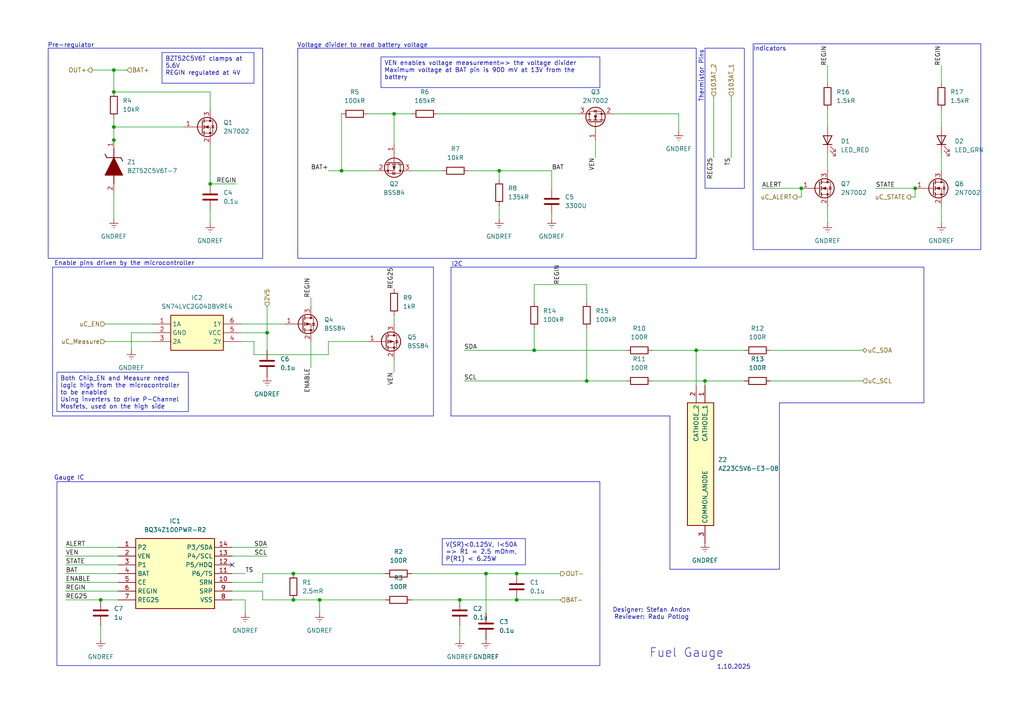
<source format=kicad_sch>
(kicad_sch (version 20250114) (generator "eeschema") (generator_version "9.0")
  (paper "A4")
  (lib_symbols
    (symbol "AZ23C5V6-E3-08:AZ23C5V6-E3-08"
      (property "Reference" "Z" (at 41.91 7.62 0))
      (property "Value" "AZ23C5V6-E3-08" (at 41.91 5.08 0))
      (symbol "AZ23C5V6-E3-08_1_1"
        (rectangle (start 5.08 2.54) (end 40.64 -5.08) (stroke (width 0.254)) (fill (type background)))
        (pin passive line (at 0 0 0) (length 5.08) (name "CATHODE_1") (number "1"))
        (pin passive line (at 0 -2.54 0) (length 5.08) (name "CATHODE_2") (number "2"))
        (pin passive line (at 45.72 0 180) (length 5.08) (name "COMMON_ANODE") (number "3"))
      )
    )
    (symbol "BQ34Z100PWR-R2:BQ34Z100PWR-R2"
      (property "Reference" "IC" (at 29.21 7.62 0))
      (property "Value" "BQ34Z100PWR-R2" (at 29.21 5.08 0))
      (symbol "BQ34Z100PWR-R2_1_1"
        (rectangle (start 5.08 2.54) (end 27.94 -17.78) (stroke (width 0.254)) (fill (type background)))
        (pin passive line (at 0 0 0) (length 5.08) (name "P2") (number "1"))
        (pin passive line (at 0 -2.54 0) (length 5.08) (name "VEN") (number "2"))
        (pin passive line (at 0 -5.08 0) (length 5.08) (name "P1") (number "3"))
        (pin passive line (at 0 -7.62 0) (length 5.08) (name "BAT") (number "4"))
        (pin passive line (at 0 -10.16 0) (length 5.08) (name "CE") (number "5"))
        (pin passive line (at 0 -12.7 0) (length 5.08) (name "REGIN") (number "6"))
        (pin passive line (at 0 -15.24 0) (length 5.08) (name "REG25") (number "7"))
        (pin passive line (at 33.02 0 180) (length 5.08) (name "P3/SDA") (number "14"))
        (pin passive line (at 33.02 -2.54 180) (length 5.08) (name "P4/SCL") (number "13"))
        (pin passive line (at 33.02 -5.08 180) (length 5.08) (name "P5/HDQ") (number "12"))
        (pin passive line (at 33.02 -7.62 180) (length 5.08) (name "P6/TS") (number "11"))
        (pin passive line (at 33.02 -10.16 180) (length 5.08) (name "SRN") (number "10"))
        (pin passive line (at 33.02 -12.7 180) (length 5.08) (name "SRP") (number "9"))
        (pin passive line (at 33.02 -15.24 180) (length 5.08) (name "VSS") (number "8"))
      )
    )
    (symbol "BZT52C5V6T-7:BZT52C5V6T-7" (pin_names (hide yes))
      (property "Reference" "Z" (at 10.16 8.89 0))
      (property "Value" "BZT52C5V6T-7" (at 10.16 6.35 0))
      (symbol "BZT52C5V6T-7_1_1"
        (polyline (pts (xy 2.54 0) (xy 5.08 0)) (stroke (width 0.254)))
        (polyline (pts (xy 4.064 -2.54) (xy 5.08 -2.032)) (stroke (width 0.254)))
        (polyline (pts (xy 5.08 2.032) (xy 5.08 -2.032)) (stroke (width 0.254)))
        (polyline (pts (xy 5.08 2.032) (xy 6.096 2.54)) (stroke (width 0.254)))
        (polyline (pts (xy 5.08 0) (xy 10.16 2.54) (xy 10.16 -2.54) (xy 5.08 0)) (stroke (width 0.254)) (fill (type outline)))
        (polyline (pts (xy 12.7 0) (xy 10.16 0)) (stroke (width 0.254)))
        (pin passive line (at 0 0 0) (length 2.54) (name "K") (number "1"))
        (pin passive line (at 15.24 0 180) (length 2.54) (name "A") (number "2"))
      )
    )
    (symbol "Device:C" (pin_numbers (hide yes)) (pin_names (offset 0.254))
      (property "Reference" "C" (at 0.635 2.54 0))
      (property "Value" "C" (at 0.635 -2.54 0))
      (symbol "C_0_1"
        (polyline (pts (xy -2.032 0.762) (xy 2.032 0.762)) (stroke (width 0.508)))
        (polyline (pts (xy -2.032 -0.762) (xy 2.032 -0.762)) (stroke (width 0.508)))
      )
      (symbol "C_1_1"
        (pin passive line (at 0 3.81 270) (length 2.794) (name "~") (number "1"))
        (pin passive line (at 0 -3.81 90) (length 2.794) (name "~") (number "2"))
      )
    )
    (symbol "Device:LED" (pin_numbers (hide yes)) (pin_names (offset 1.016) (hide yes))
      (property "Reference" "D" (at 0 2.54 0))
      (property "Value" "LED" (at 0 -2.54 0))
      (symbol "LED_0_1"
        (polyline (pts (xy -3.048 -0.762) (xy -4.572 -2.286) (xy -3.81 -2.286) (xy -4.572 -2.286) (xy -4.572 -1.524)))
        (polyline (pts (xy -1.778 -0.762) (xy -3.302 -2.286) (xy -2.54 -2.286) (xy -3.302 -2.286) (xy -3.302 -1.524)))
        (polyline (pts (xy -1.27 0) (xy 1.27 0)))
        (polyline (pts (xy -1.27 -1.27) (xy -1.27 1.27)) (stroke (width 0.254)))
        (polyline (pts (xy 1.27 -1.27) (xy 1.27 1.27) (xy -1.27 0) (xy 1.27 -1.27)) (stroke (width 0.254)))
      )
      (symbol "LED_1_1"
        (pin passive line (at -3.81 0 0) (length 2.54) (name "K") (number "1"))
        (pin passive line (at 3.81 0 180) (length 2.54) (name "A") (number "2"))
      )
    )
    (symbol "Device:R" (pin_numbers (hide yes)) (pin_names (offset 0))
      (property "Reference" "R" (at 2.032 0 90))
      (property "Value" "R" (at 0 0 90))
      (symbol "R_0_1"
        (rectangle (start -1.016 -2.54) (end 1.016 2.54) (stroke (width 0.254)))
      )
      (symbol "R_1_1"
        (pin passive line (at 0 3.81 270) (length 1.27) (name "~") (number "1"))
        (pin passive line (at 0 -3.81 90) (length 1.27) (name "~") (number "2"))
      )
    )
    (symbol "SN74LVC2G04DBVRE4:SN74LVC2G04DBVRE4"
      (property "Reference" "IC" (at 21.59 7.62 0))
      (property "Value" "SN74LVC2G04DBVRE4" (at 21.59 5.08 0))
      (symbol "SN74LVC2G04DBVRE4_1_1"
        (rectangle (start 5.08 2.54) (end 20.32 -7.62) (stroke (width 0.254)) (fill (type background)))
        (pin input line (at 0 0 0) (length 5.08) (name "1A") (number "1"))
        (pin power_in line (at 0 -2.54 0) (length 5.08) (name "GND") (number "2"))
        (pin input line (at 0 -5.08 0) (length 5.08) (name "2A") (number "3"))
        (pin output line (at 25.4 0 180) (length 5.08) (name "1Y") (number "6"))
        (pin power_in line (at 25.4 -2.54 180) (length 5.08) (name "VCC") (number "5"))
        (pin output line (at 25.4 -5.08 180) (length 5.08) (name "2Y") (number "4"))
      )
    )
    (symbol "Transistor_FET:2N7002" (pin_names (offset 0) (hide yes))
      (property "Reference" "Q" (at 5.08 1.905 0))
      (property "Value" "2N7002" (at 5.08 0 0))
      (symbol "2N7002_0_1"
        (polyline (pts (xy 0.254 1.905) (xy 0.254 -1.905)) (stroke (width 0.254)))
        (polyline (pts (xy 0.254 0) (xy -2.54 0)))
        (polyline (pts (xy 0.762 2.286) (xy 0.762 1.27)) (stroke (width 0.254)))
        (polyline (pts (xy 0.762 0.508) (xy 0.762 -0.508)) (stroke (width 0.254)))
        (polyline (pts (xy 0.762 -1.27) (xy 0.762 -2.286)) (stroke (width 0.254)))
        (polyline (pts (xy 0.762 -1.778) (xy 3.302 -1.778) (xy 3.302 1.778) (xy 0.762 1.778)))
        (polyline (pts (xy 1.016 0) (xy 2.032 0.381) (xy 2.032 -0.381) (xy 1.016 0)) (fill (type outline)))
        (circle (center 1.651 0) (radius 2.794) (stroke (width 0.254)))
        (polyline (pts (xy 2.54 2.54) (xy 2.54 1.778)))
        (circle (center 2.54 1.778) (radius 0.254) (fill (type outline)))
        (circle (center 2.54 -1.778) (radius 0.254) (fill (type outline)))
        (polyline (pts (xy 2.54 -2.54) (xy 2.54 0) (xy 0.762 0)))
        (polyline (pts (xy 2.921 0.381) (xy 3.683 0.381)))
        (polyline (pts (xy 3.302 0.381) (xy 2.921 -0.254) (xy 3.683 -0.254) (xy 3.302 0.381)))
      )
      (symbol "2N7002_1_1"
        (pin input line (at -5.08 0 0) (length 2.54) (name "G") (number "1"))
        (pin passive line (at 2.54 5.08 270) (length 2.54) (name "D") (number "3"))
        (pin passive line (at 2.54 -5.08 90) (length 2.54) (name "S") (number "2"))
      )
    )
    (symbol "Transistor_FET:BSS84" (pin_names (hide yes))
      (property "Reference" "Q" (at 5.08 1.905 0))
      (property "Value" "BSS84" (at 5.08 0 0))
      (symbol "BSS84_0_1"
        (polyline (pts (xy 0.254 1.905) (xy 0.254 -1.905)) (stroke (width 0.254)))
        (polyline (pts (xy 0.254 0) (xy -2.54 0)))
        (polyline (pts (xy 0.762 2.286) (xy 0.762 1.27)) (stroke (width 0.254)))
        (polyline (pts (xy 0.762 1.778) (xy 3.302 1.778) (xy 3.302 -1.778) (xy 0.762 -1.778)))
        (polyline (pts (xy 0.762 0.508) (xy 0.762 -0.508)) (stroke (width 0.254)))
        (polyline (pts (xy 0.762 -1.27) (xy 0.762 -2.286)) (stroke (width 0.254)))
        (circle (center 1.651 0) (radius 2.794) (stroke (width 0.254)))
        (polyline (pts (xy 2.286 0) (xy 1.27 0.381) (xy 1.27 -0.381) (xy 2.286 0)) (fill (type outline)))
        (polyline (pts (xy 2.54 2.54) (xy 2.54 1.778)))
        (circle (center 2.54 1.778) (radius 0.254) (fill (type outline)))
        (circle (center 2.54 -1.778) (radius 0.254) (fill (type outline)))
        (polyline (pts (xy 2.54 -2.54) (xy 2.54 0) (xy 0.762 0)))
        (polyline (pts (xy 2.794 -0.508) (xy 2.921 -0.381) (xy 3.683 -0.381) (xy 3.81 -0.254)))
        (polyline (pts (xy 3.302 -0.381) (xy 2.921 0.254) (xy 3.683 0.254) (xy 3.302 -0.381)))
      )
      (symbol "BSS84_1_1"
        (pin input line (at -5.08 0 0) (length 2.54) (name "G") (number "1"))
        (pin passive line (at 2.54 5.08 270) (length 2.54) (name "D") (number "3"))
        (pin passive line (at 2.54 -5.08 90) (length 2.54) (name "S") (number "2"))
      )
    )
    (symbol "power:GNDREF" (power) (pin_numbers (hide yes)) (pin_names (offset 0) (hide yes))
      (property "Value" "GNDREF" (at 0 -3.81 0))
      (symbol "GNDREF_0_1"
        (polyline (pts (xy -0.635 -1.905) (xy 0.635 -1.905)))
        (polyline (pts (xy -0.127 -2.54) (xy 0.127 -2.54)))
        (polyline (pts (xy 0 -1.27) (xy 0 0)))
        (polyline (pts (xy 1.27 -1.27) (xy -1.27 -1.27)))
      )
      (symbol "GNDREF_1_1"
        (pin power_in line (at 0 0 270) (length 0) (name "~") (number "1"))
      )
    )
  )
  (rectangle (start 16.51 139.7) (end 173.99 193.04))
  (rectangle (start 204.47 13.97) (end 215.9 54.61))
  (rectangle (start 86.36 13.97) (end 201.93 74.93))
  (rectangle (start 218.44 12.7) (end 284.48 72.39))
  (rectangle (start 13.97 13.97) (end 76.2 74.93))
  (rectangle (start 15.24 77.47) (end 125.73 120.65))
  (text "Designer: Stefan Andon\nReviewer: Radu Potlog" (at 188.976 178.054 0) (effects (font (size 1.27 1.27))))
  (text "Voltage divider to read battery voltage" (at 105.156 13.208 0) (effects (font (size 1.27 1.27))))
  (text "Thermistor Pins" (at 203.454 22.098 90) (effects (font (size 1.27 1.27))))
  (text "I2C" (at 132.588 76.708 0) (effects (font (size 1.27 1.27))))
  (text "Pre-regulator" (at 20.574 13.208 0) (effects (font (size 1.27 1.27))))
  (text "Fuel Gauge" (at 199.136 189.484 0) (effects (font (size 2.54 2.54))))
  (text "Indicators" (at 223.266 14.224 0) (effects (font (size 1.27 1.27))))
  (text "Enable pins driven by the microcontroller" (at 36.068 76.454 0) (effects (font (size 1.27 1.27))))
  (text "Gauge IC" (at 20.066 138.684 0) (effects (font (size 1.27 1.27))))
  (text "1.10.2025" (at 212.852 193.548 0) (effects (font (size 1.27 1.27))))
  (text_box "Both Chip_EN and Measure need logic high from the microcontroller to be enabled\nUsing inverters to drive P-Channel Mosfets, used on the high side" (at 16.51 107.95 0) (size 38.1 11.43) (margins 0.9525 0.9525 0.9525 0.9525) (effects (font (size 1.27 1.27)) (justify left top)))
  (text_box "BZT52C5V6T clamps at 5.6V\nREGIN regulated at 4V" (at 46.99 15.24 0) (size 26.67 8.89) (margins 0.9525 0.9525 0.9525 0.9525) (effects (font (size 1.27 1.27)) (justify left top)))
  (text_box "VEN enables voltage measurement=> the voltage divider\nMaximum voltage at BAT pin is 900 mV at 13V from the battery" (at 110.49 16.51 0) (size 63.5 8.89) (margins 0.9525 0.9525 0.9525 0.9525) (effects (font (size 1.27 1.27)) (justify left top)))
  (text_box "V(SR)<0.125V, I<50A => R1 = 2.5 mOhm, P(R1) < 6.25W" (at 128.27 156.21 0) (size 24.13 7.62) (margins 0.9525 0.9525 0.9525 0.9525) (effects (font (size 1.27 1.27)) (justify left top)))
  (junction (at 133.35 173.99))
  (junction (at 33.02 36.83))
  (junction (at 92.71 173.99))
  (junction (at 201.93 101.6))
  (junction (at 149.86 173.99))
  (junction (at 29.21 173.99))
  (junction (at 232.41 54.61))
  (junction (at 114.3 33.02))
  (junction (at 77.47 96.52))
  (junction (at 99.06 49.53))
  (junction (at 144.78 49.53))
  (junction (at 170.18 110.49))
  (junction (at 149.86 166.37))
  (junction (at 33.02 20.32))
  (junction (at 154.94 101.6))
  (junction (at 265.43 54.61))
  (junction (at 33.02 40.64))
  (junction (at 60.96 53.34))
  (junction (at 140.97 166.37))
  (junction (at 33.02 26.67))
  (junction (at 85.09 173.99))
  (junction (at 85.09 166.37))
  (junction (at 204.47 110.49))
  (no_connect (at 67.31 163.83))
  (wire (pts (xy 33.02 20.32) (xy 33.02 26.67)))
  (wire (pts (xy 160.02 62.23) (xy 160.02 63.5)))
  (wire (pts (xy 140.97 166.37) (xy 140.97 177.8)))
  (wire (pts (xy 240.03 44.45) (xy 240.03 49.53)))
  (wire (pts (xy 30.48 99.06) (xy 44.45 99.06)))
  (wire (pts (xy 99.06 49.53) (xy 109.22 49.53)))
  (wire (pts (xy 119.38 49.53) (xy 128.27 49.53)))
  (wire (pts (xy 172.72 40.64) (xy 172.72 45.72)))
  (wire (pts (xy 133.35 173.99) (xy 119.38 173.99)))
  (wire (pts (xy 69.85 93.98) (xy 82.55 93.98)))
  (wire (pts (xy 189.23 101.6) (xy 201.93 101.6)))
  (wire (pts (xy 144.78 49.53) (xy 160.02 49.53)))
  (wire (pts (xy 133.35 181.61) (xy 133.35 185.42)))
  (wire (pts (xy 76.2 173.99) (xy 85.09 173.99)))
  (wire (pts (xy 149.86 173.99) (xy 133.35 173.99)))
  (wire (pts (xy 207.01 45.72) (xy 207.01 27.94)))
  (wire (pts (xy 77.47 96.52) (xy 77.47 88.9)))
  (polyline (pts (xy 130.81 120.65) (xy 194.31 120.65)))
  (wire (pts (xy 33.02 20.32) (xy 36.83 20.32)))
  (polyline (pts (xy 130.81 120.65) (xy 130.81 77.47)))
  (polyline (pts (xy 267.97 116.84) (xy 226.06 116.84)))
  (wire (pts (xy 170.18 95.25) (xy 170.18 110.49)))
  (wire (pts (xy 201.93 101.6) (xy 201.93 111.76)))
  (wire (pts (xy 154.94 95.25) (xy 154.94 101.6)))
  (wire (pts (xy 73.66 99.06) (xy 69.85 99.06)))
  (wire (pts (xy 212.09 27.94) (xy 212.09 45.72)))
  (wire (pts (xy 144.78 49.53) (xy 144.78 52.07)))
  (wire (pts (xy 265.43 57.15) (xy 264.16 57.15)))
  (wire (pts (xy 92.71 173.99) (xy 85.09 173.99)))
  (wire (pts (xy 99.06 33.02) (xy 99.06 49.53)))
  (wire (pts (xy 95.25 99.06) (xy 95.25 102.87)))
  (wire (pts (xy 33.02 55.88) (xy 33.02 63.5)))
  (wire (pts (xy 33.02 36.83) (xy 33.02 40.64)))
  (wire (pts (xy 201.93 101.6) (xy 215.9 101.6)))
  (wire (pts (xy 114.3 104.14) (xy 114.3 107.95)))
  (polyline (pts (xy 226.06 116.84) (xy 226.06 165.1)))
  (wire (pts (xy 127 33.02) (xy 167.64 33.02)))
  (wire (pts (xy 135.89 49.53) (xy 144.78 49.53)))
  (polyline (pts (xy 267.97 77.47) (xy 267.97 116.84)))
  (wire (pts (xy 60.96 41.91) (xy 60.96 53.34)))
  (wire (pts (xy 273.05 31.75) (xy 273.05 36.83)))
  (wire (pts (xy 223.52 101.6) (xy 250.19 101.6)))
  (wire (pts (xy 76.2 171.45) (xy 76.2 173.99)))
  (wire (pts (xy 273.05 44.45) (xy 273.05 49.53)))
  (wire (pts (xy 189.23 110.49) (xy 204.47 110.49)))
  (wire (pts (xy 67.31 158.75) (xy 77.47 158.75)))
  (wire (pts (xy 29.21 181.61) (xy 29.21 185.42)))
  (wire (pts (xy 19.05 158.75) (xy 34.29 158.75)))
  (wire (pts (xy 67.31 171.45) (xy 76.2 171.45)))
  (wire (pts (xy 162.56 173.99) (xy 149.86 173.99)))
  (wire (pts (xy 140.97 166.37) (xy 149.86 166.37)))
  (wire (pts (xy 204.47 110.49) (xy 215.9 110.49)))
  (wire (pts (xy 33.02 26.67) (xy 60.96 26.67)))
  (wire (pts (xy 26.67 20.32) (xy 33.02 20.32)))
  (wire (pts (xy 71.12 177.8) (xy 71.12 173.99)))
  (wire (pts (xy 60.96 53.34) (xy 68.58 53.34)))
  (wire (pts (xy 19.05 168.91) (xy 34.29 168.91)))
  (wire (pts (xy 114.3 33.02) (xy 119.38 33.02)))
  (wire (pts (xy 154.94 82.55) (xy 170.18 82.55)))
  (polyline (pts (xy 194.31 165.1) (xy 194.31 120.65)))
  (wire (pts (xy 106.68 33.02) (xy 114.3 33.02)))
  (wire (pts (xy 30.48 93.98) (xy 44.45 93.98)))
  (wire (pts (xy 232.41 57.15) (xy 231.14 57.15)))
  (wire (pts (xy 240.03 59.69) (xy 240.03 64.77)))
  (wire (pts (xy 19.05 161.29) (xy 34.29 161.29)))
  (wire (pts (xy 60.96 26.67) (xy 60.96 31.75)))
  (wire (pts (xy 144.78 59.69) (xy 144.78 63.5)))
  (polyline (pts (xy 130.81 77.47) (xy 267.97 77.47)))
  (wire (pts (xy 76.2 166.37) (xy 76.2 168.91)))
  (wire (pts (xy 106.68 99.06) (xy 95.25 99.06)))
  (wire (pts (xy 85.09 166.37) (xy 76.2 166.37)))
  (wire (pts (xy 44.45 96.52) (xy 38.1 96.52)))
  (wire (pts (xy 223.52 110.49) (xy 250.19 110.49)))
  (wire (pts (xy 19.05 171.45) (xy 34.29 171.45)))
  (wire (pts (xy 170.18 110.49) (xy 181.61 110.49)))
  (wire (pts (xy 154.94 101.6) (xy 181.61 101.6)))
  (wire (pts (xy 196.85 38.1) (xy 196.85 33.02)))
  (wire (pts (xy 73.66 102.87) (xy 73.66 99.06)))
  (wire (pts (xy 265.43 54.61) (xy 265.43 57.15)))
  (wire (pts (xy 254 54.61) (xy 265.43 54.61)))
  (wire (pts (xy 33.02 40.64) (xy 33.02 41.91)))
  (wire (pts (xy 71.12 173.99) (xy 67.31 173.99)))
  (wire (pts (xy 204.47 110.49) (xy 204.47 111.76)))
  (wire (pts (xy 33.02 34.29) (xy 33.02 36.83)))
  (wire (pts (xy 69.85 96.52) (xy 77.47 96.52)))
  (wire (pts (xy 220.98 54.61) (xy 232.41 54.61)))
  (wire (pts (xy 19.05 166.37) (xy 34.29 166.37)))
  (wire (pts (xy 29.21 173.99) (xy 34.29 173.99)))
  (wire (pts (xy 60.96 60.96) (xy 60.96 64.77)))
  (wire (pts (xy 19.05 173.99) (xy 29.21 173.99)))
  (wire (pts (xy 149.86 166.37) (xy 162.56 166.37)))
  (wire (pts (xy 67.31 161.29) (xy 77.47 161.29)))
  (wire (pts (xy 240.03 19.05) (xy 240.03 24.13)))
  (wire (pts (xy 240.03 31.75) (xy 240.03 36.83)))
  (wire (pts (xy 232.41 54.61) (xy 232.41 57.15)))
  (wire (pts (xy 90.17 99.06) (xy 90.17 106.68)))
  (wire (pts (xy 76.2 168.91) (xy 67.31 168.91)))
  (wire (pts (xy 160.02 49.53) (xy 160.02 54.61)))
  (wire (pts (xy 134.62 110.49) (xy 170.18 110.49)))
  (wire (pts (xy 85.09 166.37) (xy 111.76 166.37)))
  (wire (pts (xy 111.76 173.99) (xy 92.71 173.99)))
  (wire (pts (xy 38.1 96.52) (xy 38.1 101.6)))
  (wire (pts (xy 19.05 163.83) (xy 34.29 163.83)))
  (wire (pts (xy 114.3 91.44) (xy 114.3 93.98)))
  (wire (pts (xy 77.47 96.52) (xy 77.47 101.6)))
  (wire (pts (xy 95.25 102.87) (xy 73.66 102.87)))
  (wire (pts (xy 134.62 101.6) (xy 154.94 101.6)))
  (polyline (pts (xy 226.06 165.1) (xy 194.31 165.1)))
  (wire (pts (xy 67.31 166.37) (xy 71.12 166.37)))
  (wire (pts (xy 170.18 87.63) (xy 170.18 82.55)))
  (wire (pts (xy 273.05 19.05) (xy 273.05 24.13)))
  (wire (pts (xy 33.02 36.83) (xy 53.34 36.83)))
  (wire (pts (xy 95.25 49.53) (xy 99.06 49.53)))
  (wire (pts (xy 114.3 33.02) (xy 114.3 41.91)))
  (wire (pts (xy 119.38 166.37) (xy 140.97 166.37)))
  (wire (pts (xy 154.94 87.63) (xy 154.94 82.55)))
  (wire (pts (xy 273.05 59.69) (xy 273.05 64.77)))
  (wire (pts (xy 196.85 33.02) (xy 177.8 33.02)))
  (wire (pts (xy 90.17 86.36) (xy 90.17 88.9)))
  (wire (pts (xy 92.71 173.99) (xy 92.71 177.8)))
  (label "REGIN" (at 90.17 86.36 90))
  (label "ENABLE" (at 19.05 168.91 0))
  (label "ENABLE" (at 90.17 106.68 270))
  (label "STATE" (at 254 54.61 0))
  (label "TS" (at 212.09 45.72 270))
  (label "ALERT" (at 220.98 54.61 0))
  (label "TS" (at 71.12 166.37 0))
  (label "SCL" (at 134.62 110.49 0))
  (label "REGIN" (at 68.58 53.34 180))
  (label "REGIN" (at 19.05 171.45 0))
  (label "ALERT" (at 19.05 158.75 0))
  (label "REGIN" (at 240.03 19.05 90))
  (label "REGIN" (at 273.05 19.05 90))
  (label "REG25" (at 114.3 83.82 90))
  (label "STATE" (at 19.05 163.83 0))
  (label "REG25" (at 19.05 173.99 0))
  (label "BAT+" (at 95.25 49.53 180))
  (label "SDA" (at 77.47 158.75 180))
  (label "VEN" (at 172.72 45.72 270))
  (label "SDA" (at 134.62 101.6 0))
  (label "REG25" (at 207.01 45.72 270))
  (label "VEN" (at 114.3 107.95 270))
  (label "VEN" (at 19.05 161.29 0))
  (label "BAT" (at 19.05 166.37 0))
  (label "REGIN" (at 162.56 82.55 90))
  (label "BAT" (at 160.02 49.53 0))
  (label "SCL" (at 77.47 161.29 180))
  (hierarchical_label "uC_ALERT" (shape output) (at 231.14 57.15 180))
  (hierarchical_label "uC_STATE" (shape output) (at 264.16 57.15 180))
  (hierarchical_label "uC_SDA" (shape bidirectional) (at 250.19 101.6 0))
  (hierarchical_label "OUT-" (shape output) (at 162.56 166.37 0))
  (hierarchical_label "OUT+" (shape output) (at 26.67 20.32 180))
  (hierarchical_label "103AT_2" (shape input) (at 207.01 27.94 90))
  (hierarchical_label "uC_SCL" (shape input) (at 250.19 110.49 0))
  (hierarchical_label "uC_EN" (shape input) (at 30.48 93.98 180))
  (hierarchical_label "BAT-" (shape input) (at 162.56 173.99 0))
  (hierarchical_label "BAT+" (shape input) (at 36.83 20.32 0))
  (hierarchical_label "2V5" (shape input) (at 77.47 88.9 90))
  (hierarchical_label "uC_Measure" (shape input) (at 30.48 99.06 180))
  (hierarchical_label "103AT_1" (shape input) (at 212.09 27.94 90))
  (symbol (lib_id "Device:C") (at 149.86 170.18 0) (unit 1)
    (property "Reference" "C1" (at 153.67 168.9099 0) (effects (justify left)))
    (property "Value" "0.1u" (at 153.67 171.4499 0) (effects (justify left)))
    (property "Footprint" "Capacitor_SMD:C_0603_1608Metric" (effects (hide yes)))
    (property "Description" "Unpolarized capacitor" (effects (hide yes)))
  )
  (symbol (lib_id "Device:R") (at 114.3 87.63 180) (unit 1)
    (property "Reference" "R9" (at 116.84 86.3599 0) (effects (justify right)))
    (property "Value" "1kR" (at 116.84 88.8999 0) (effects (justify right)))
    (property "Footprint" "Resistor_SMD:R_0603_1608Metric" (effects (hide yes)))
    (property "Description" "Resistor" (effects (hide yes)))
  )
  (symbol (lib_id "power:GNDREF") (at 240.03 64.77 0) (unit 1)
    (property "Reference" "#PWR014" (effects (hide yes)))
    (property "Value" "GNDREF" (at 240.03 69.85 0))
    (property "Description" "Power symbol creates a global label with name \"GNDREF\" , reference supply ground" (effects (hide yes)))
  )
  (symbol (lib_id "power:GNDREF") (at 29.21 185.42 0) (unit 1)
    (property "Reference" "#PWR012" (effects (hide yes)))
    (property "Value" "GNDREF" (at 29.21 190.5 0))
    (property "Description" "Power symbol creates a global label with name \"GNDREF\" , reference supply ground" (effects (hide yes)))
  )
  (symbol (lib_id "Device:R") (at 154.94 91.44 0) (unit 1)
    (property "Reference" "R14" (at 157.48 90.1699 0) (effects (justify left)))
    (property "Value" "100kR" (at 157.48 92.7099 0) (effects (justify left)))
    (property "Footprint" "Resistor_SMD:R_0603_1608Metric" (effects (hide yes)))
    (property "Description" "Resistor" (effects (hide yes)))
  )
  (symbol (lib_id "Device:C") (at 133.35 177.8 0) (unit 1)
    (property "Reference" "C2" (at 137.16 176.5299 0) (effects (justify left)))
    (property "Value" "0.1u" (at 137.16 179.0699 0) (effects (justify left)))
    (property "Footprint" "Capacitor_SMD:C_0603_1608Metric" (effects (hide yes)))
    (property "Description" "Unpolarized capacitor" (effects (hide yes)))
  )
  (symbol (lib_id "Device:C") (at 77.47 105.41 0) (unit 1)
    (property "Reference" "C6" (at 81.28 104.1399 0) (effects (justify left)))
    (property "Value" "0.1u" (at 81.28 106.6799 0) (effects (justify left)))
    (property "Footprint" "Capacitor_SMD:C_0603_1608Metric" (effects (hide yes)))
    (property "Description" "Unpolarized capacitor" (effects (hide yes)))
  )
  (symbol (lib_id "Transistor_FET:2N7002") (at 270.51 54.61 0) (unit 1)
    (property "Reference" "Q6" (at 276.86 53.3399 0) (effects (justify left)))
    (property "Value" "2N7002" (at 276.86 55.8799 0) (effects (justify left)))
    (property "Footprint" "Package_TO_SOT_SMD:SOT-23" (effects (hide yes)))
    (property "Datasheet" "https://www.onsemi.com/pub/Collateral/NDS7002A-D.PDF" (effects (hide yes)))
    (property "Description" "0.115A Id, 60V Vds, N-Channel MOSFET, SOT-23" (effects (hide yes)))
  )
  (symbol (lib_id "power:GNDREF") (at 140.97 185.42 0) (unit 1)
    (property "Reference" "#PWR03" (effects (hide yes)))
    (property "Value" "GNDREF" (at 140.97 190.5 0))
    (property "Description" "Power symbol creates a global label with name \"GNDREF\" , reference supply ground" (effects (hide yes)))
  )
  (symbol (lib_id "Transistor_FET:2N7002") (at 237.49 54.61 0) (unit 1)
    (property "Reference" "Q7" (at 243.84 53.3399 0) (effects (justify left)))
    (property "Value" "2N7002" (at 243.84 55.8799 0) (effects (justify left)))
    (property "Footprint" "Package_TO_SOT_SMD:SOT-23" (effects (hide yes)))
    (property "Datasheet" "https://www.onsemi.com/pub/Collateral/NDS7002A-D.PDF" (effects (hide yes)))
    (property "Description" "0.115A Id, 60V Vds, N-Channel MOSFET, SOT-23" (effects (hide yes)))
  )
  (symbol (lib_id "power:GNDREF") (at 204.47 157.48 0) (unit 1)
    (property "Reference" "#PWR013" (effects (hide yes)))
    (property "Value" "GNDREF" (at 204.47 162.56 0))
    (property "Description" "Power symbol creates a global label with name \"GNDREF\" , reference supply ground" (effects (hide yes)))
  )
  (symbol (lib_id "power:GNDREF") (at 133.35 185.42 0) (unit 1)
    (property "Reference" "#PWR04" (effects (hide yes)))
    (property "Value" "GNDREF" (at 133.35 190.5 0))
    (property "Description" "Power symbol creates a global label with name \"GNDREF\" , reference supply ground" (effects (hide yes)))
  )
  (symbol (lib_id "Device:C") (at 160.02 58.42 0) (unit 1)
    (property "Reference" "C5" (at 163.83 57.1499 0) (effects (justify left)))
    (property "Value" "3300U" (at 163.83 59.6899 0) (effects (justify left)))
    (property "Footprint" "Capacitor_SMD:C_0603_1608Metric" (effects (hide yes)))
    (property "Description" "Unpolarized capacitor" (effects (hide yes)))
  )
  (symbol (lib_id "BZT52C5V6T-7:BZT52C5V6T-7") (at 33.02 40.64 270) (unit 1)
    (property "Reference" "Z1" (at 36.83 46.9899 90) (effects (justify left)))
    (property "Value" "BZT52C5V6T-7" (at 36.83 49.5299 90) (effects (justify left)))
    (property "Footprint" "BZT52C5V6T7" (effects (hide yes)))
    (property "Datasheet" "https://www.diodes.com/datasheet/download/BZT52CxxT.pdf" (effects (hide yes)))
    (property "Description" "Zener Diodes 300mW 5.6V Zener AEC-Q101 Qualified" (effects (hide yes)))
    (property "Height" "0.65" (effects (hide yes)))
    (property "Mouser Part Number" "621-BZT52C5V6T-7" (effects (hide yes)))
    (property "Mouser Price/Stock" "https://www.mouser.co.uk/ProductDetail/Diodes-Incorporated/BZT52C5V6T-7?qs=zLeapIUCO8Tm%252BIuaCPAdkQ%3D%3D" (effects (hide yes)))
    (property "Manufacturer_Name" "Diodes Incorporated" (effects (hide yes)))
    (property "Manufacturer_Part_Number" "BZT52C5V6T-7" (effects (hide yes)))
  )
  (symbol (lib_id "Device:R") (at 132.08 49.53 90) (unit 1)
    (property "Reference" "R7" (at 132.08 43.18 90))
    (property "Value" "10kR" (at 132.08 45.72 90))
    (property "Footprint" "Resistor_SMD:R_0603_1608Metric" (effects (hide yes)))
    (property "Description" "Resistor" (effects (hide yes)))
  )
  (symbol (lib_id "power:GNDREF") (at 160.02 63.5 0) (unit 1)
    (property "Reference" "#PWR09" (effects (hide yes)))
    (property "Value" "GNDREF" (at 160.02 68.58 0))
    (property "Description" "Power symbol creates a global label with name \"GNDREF\" , reference supply ground" (effects (hide yes)))
  )
  (symbol (lib_id "power:GNDREF") (at 196.85 38.1 0) (unit 1)
    (property "Reference" "#PWR08" (effects (hide yes)))
    (property "Value" "GNDREF" (at 196.85 43.18 0))
    (property "Description" "Power symbol creates a global label with name \"GNDREF\" , reference supply ground" (effects (hide yes)))
  )
  (symbol (lib_id "Device:R") (at 85.09 170.18 0) (unit 1)
    (property "Reference" "R1" (at 87.63 168.9099 0) (effects (justify left)))
    (property "Value" "2.5mR" (at 87.63 171.4499 0) (effects (justify left)))
    (property "Footprint" "Resistor_SMD:R_2816_7142Metric" (effects (hide yes)))
    (property "Datasheet" "https://eu.mouser.com/ProductDetail/Vishay-Dale/WSHM28182L500FEB?qs=OiptqVrkjbpb%252Bf8d2OCltQ%3D%3D" (effects (hide yes)))
    (property "Description" "2.5 mOhm, 7W Resistor," (effects (hide yes)))
  )
  (symbol (lib_id "Device:R") (at 33.02 30.48 0) (unit 1)
    (property "Reference" "R4" (at 35.56 29.2099 0) (effects (justify left)))
    (property "Value" "10kR" (at 35.56 31.7499 0) (effects (justify left)))
    (property "Footprint" "Resistor_SMD:R_0603_1608Metric" (effects (hide yes)))
    (property "Description" "Resistor" (effects (hide yes)))
  )
  (symbol (lib_id "Device:R") (at 185.42 101.6 90) (unit 1)
    (property "Reference" "R10" (at 185.42 95.25 90))
    (property "Value" "100R" (at 185.42 97.79 90))
    (property "Footprint" "Resistor_SMD:R_0603_1608Metric" (effects (hide yes)))
    (property "Description" "Resistor" (effects (hide yes)))
  )
  (symbol (lib_id "Device:R") (at 273.05 27.94 180) (unit 1)
    (property "Reference" "R17" (at 275.59 26.6699 0) (effects (justify right)))
    (property "Value" "1.5kR" (at 275.59 29.2099 0) (effects (justify right)))
    (property "Footprint" "Resistor_SMD:R_0603_1608Metric" (effects (hide yes)))
    (property "Description" "Resistor" (effects (hide yes)))
  )
  (symbol (lib_id "Device:R") (at 115.57 166.37 90) (unit 1)
    (property "Reference" "R2" (at 115.57 160.02 90))
    (property "Value" "100R" (at 115.57 162.56 90))
    (property "Footprint" "Resistor_SMD:R_0603_1608Metric" (effects (hide yes)))
    (property "Description" "Resistor" (effects (hide yes)))
  )
  (symbol (lib_id "power:GNDREF") (at 273.05 64.77 0) (unit 1)
    (property "Reference" "#PWR015" (effects (hide yes)))
    (property "Value" "GNDREF" (at 273.05 69.85 0))
    (property "Description" "Power symbol creates a global label with name \"GNDREF\" , reference supply ground" (effects (hide yes)))
  )
  (symbol (lib_id "Device:LED") (at 240.03 40.64 90) (unit 1)
    (property "Reference" "D1" (at 243.84 40.9574 90) (effects (justify right)))
    (property "Value" "LED_RED" (at 243.84 43.4974 90) (effects (justify right)))
    (property "Footprint" "LED_SMD:LED_0603_1608Metric" (effects (hide yes)))
    (property "Description" "Light emitting diode" (effects (hide yes)))
    (property "Sim.Pins" "1=K 2=A" (effects (hide yes)))
  )
  (symbol (lib_id "Transistor_FET:2N7002") (at 58.42 36.83 0) (unit 1)
    (property "Reference" "Q1" (at 64.77 35.5599 0) (effects (justify left)))
    (property "Value" "2N7002" (at 64.77 38.0999 0) (effects (justify left)))
    (property "Footprint" "Package_TO_SOT_SMD:SOT-23" (effects (hide yes)))
    (property "Datasheet" "https://www.onsemi.com/pub/Collateral/NDS7002A-D.PDF" (effects (hide yes)))
    (property "Description" "0.115A Id, 60V Vds, N-Channel MOSFET, SOT-23" (effects (hide yes)))
  )
  (symbol (lib_id "Device:C") (at 140.97 181.61 0) (unit 1)
    (property "Reference" "C3" (at 144.78 180.3399 0) (effects (justify left)))
    (property "Value" "0.1u" (at 144.78 182.8799 0) (effects (justify left)))
    (property "Footprint" "Capacitor_SMD:C_0603_1608Metric" (effects (hide yes)))
    (property "Description" "Unpolarized capacitor" (effects (hide yes)))
  )
  (symbol (lib_id "Device:R") (at 115.57 173.99 90) (unit 1)
    (property "Reference" "R3" (at 115.57 167.64 90))
    (property "Value" "100R" (at 115.57 170.18 90))
    (property "Footprint" "Resistor_SMD:R_0603_1608Metric" (effects (hide yes)))
    (property "Description" "Resistor" (effects (hide yes)))
  )
  (symbol (lib_id "power:GNDREF") (at 77.47 109.22 0) (unit 1)
    (property "Reference" "#PWR011" (effects (hide yes)))
    (property "Value" "GNDREF" (at 77.47 114.3 0))
    (property "Description" "Power symbol creates a global label with name \"GNDREF\" , reference supply ground" (effects (hide yes)))
  )
  (symbol (lib_id "Device:C") (at 60.96 57.15 0) (unit 1)
    (property "Reference" "C4" (at 64.77 55.8799 0) (effects (justify left)))
    (property "Value" "0.1u" (at 64.77 58.4199 0) (effects (justify left)))
    (property "Footprint" "Capacitor_SMD:C_0603_1608Metric" (effects (hide yes)))
    (property "Description" "Unpolarized capacitor" (effects (hide yes)))
  )
  (symbol (lib_id "power:GNDREF") (at 60.96 64.77 0) (unit 1)
    (property "Reference" "#PWR06" (effects (hide yes)))
    (property "Value" "GNDREF" (at 60.96 69.85 0))
    (property "Description" "Power symbol creates a global label with name \"GNDREF\" , reference supply ground" (effects (hide yes)))
  )
  (symbol (lib_id "Device:R") (at 144.78 55.88 0) (unit 1)
    (property "Reference" "R8" (at 147.32 54.6099 0) (effects (justify left)))
    (property "Value" "135kR" (at 147.32 57.1499 0) (effects (justify left)))
    (property "Footprint" "Resistor_SMD:R_0603_1608Metric" (effects (hide yes)))
    (property "Description" "Resistor" (effects (hide yes)))
  )
  (symbol (lib_id "Transistor_FET:BSS84") (at 87.63 93.98 0) (unit 1)
    (property "Reference" "Q4" (at 93.98 92.7099 0) (effects (justify left)))
    (property "Value" "BSS84" (at 93.98 95.2499 0) (effects (justify left)))
    (property "Footprint" "Package_TO_SOT_SMD:SOT-23" (effects (hide yes)))
    (property "Datasheet" "http://assets.nexperia.com/documents/data-sheet/BSS84.pdf" (effects (hide yes)))
    (property "Description" "-0.13A Id, -50V Vds, P-Channel MOSFET, SOT-23" (effects (hide yes)))
  )
  (symbol (lib_id "AZ23C5V6-E3-08:AZ23C5V6-E3-08") (at 204.47 111.76 270) (unit 1)
    (property "Reference" "Z2" (at 208.28 133.3499 90) (effects (justify left)))
    (property "Value" "AZ23C5V6-E3-08" (at 208.28 135.8899 90) (effects (justify left)))
    (property "Footprint" "SOT95P248X115-3N" (effects (hide yes)))
    (property "Datasheet" "https://www.vishay.com/docs/85759/az23.pdf" (effects (hide yes)))
    (property "Description" "Zener Diodes 5.6 Volt 0.3W 5% CA" (effects (hide yes)))
    (property "Height" "1.15" (effects (hide yes)))
    (property "Mouser Part Number" "78-AZ23C5V6-E3-08" (effects (hide yes)))
    (property "Mouser Price/Stock" "https://www.mouser.co.uk/ProductDetail/Vishay-Semiconductors/AZ23C5V6-E3-08?qs=KP8Io%2FXyE5TgneZJwqz1XQ%3D%3D" (effects (hide yes)))
    (property "Manufacturer_Name" "Vishay" (effects (hide yes)))
    (property "Manufacturer_Part_Number" "AZ23C5V6-E3-08" (effects (hide yes)))
  )
  (symbol (lib_id "power:GNDREF") (at 144.78 63.5 0) (unit 1)
    (property "Reference" "#PWR07" (effects (hide yes)))
    (property "Value" "GNDREF" (at 144.78 68.58 0))
    (property "Description" "Power symbol creates a global label with name \"GNDREF\" , reference supply ground" (effects (hide yes)))
  )
  (symbol (lib_id "Device:LED") (at 273.05 40.64 90) (unit 1)
    (property "Reference" "D2" (at 276.86 40.9574 90) (effects (justify right)))
    (property "Value" "LED_GRN" (at 276.86 43.4974 90) (effects (justify right)))
    (property "Footprint" "LED_SMD:LED_0603_1608Metric" (effects (hide yes)))
    (property "Description" "Light emitting diode" (effects (hide yes)))
    (property "Sim.Pins" "1=K 2=A" (effects (hide yes)))
  )
  (symbol (lib_id "power:GNDREF") (at 38.1 101.6 0) (unit 1)
    (property "Reference" "#PWR010" (effects (hide yes)))
    (property "Value" "GNDREF" (at 38.1 106.68 0))
    (property "Description" "Power symbol creates a global label with name \"GNDREF\" , reference supply ground" (effects (hide yes)))
  )
  (symbol (lib_id "Transistor_FET:2N7002") (at 172.72 35.56 90) (unit 1)
    (property "Reference" "Q3" (at 172.72 26.67 90))
    (property "Value" "2N7002" (at 172.72 29.21 90))
    (property "Footprint" "Package_TO_SOT_SMD:SOT-23" (effects (hide yes)))
    (property "Datasheet" "https://www.onsemi.com/pub/Collateral/NDS7002A-D.PDF" (effects (hide yes)))
    (property "Description" "0.115A Id, 60V Vds, N-Channel MOSFET, SOT-23" (effects (hide yes)))
  )
  (symbol (lib_id "SN74LVC2G04DBVRE4:SN74LVC2G04DBVRE4") (at 44.45 93.98 0) (unit 1)
    (property "Reference" "IC2" (at 57.15 86.36 0))
    (property "Value" "SN74LVC2G04DBVRE4" (at 57.15 88.9 0))
    (property "Footprint" "SOT95P280X145-6N" (effects (hide yes)))
    (property "Datasheet" "https://www.arrow.com/en/products/sn74lvc2g04dbvre4/texas-instruments" (effects (hide yes)))
    (property "Description" "Inverter 2-Element CMOS 6-Pin SOT-23 T/R" (effects (hide yes)))
    (property "Height" "1.45" (effects (hide yes)))
    (property "Mouser Part Number" "595-SN74LVC2G04DBVRE" (effects (hide yes)))
    (property "Mouser Price/Stock" "https://www.mouser.co.uk/ProductDetail/Texas-Instruments/SN74LVC2G04DBVRE4?qs=PVVDbbWpW3Jcz3iqyBLxqA%3D%3D" (effects (hide yes)))
    (property "Manufacturer_Name" "Texas Instruments" (effects (hide yes)))
    (property "Manufacturer_Part_Number" "SN74LVC2G04DBVRE4" (effects (hide yes)))
  )
  (symbol (lib_id "Device:R") (at 219.71 101.6 90) (unit 1)
    (property "Reference" "R12" (at 219.71 95.25 90))
    (property "Value" "100R" (at 219.71 97.79 90))
    (property "Footprint" "Resistor_SMD:R_0603_1608Metric" (effects (hide yes)))
    (property "Description" "Resistor" (effects (hide yes)))
  )
  (symbol (lib_id "Transistor_FET:BSS84") (at 114.3 46.99 270) (unit 1)
    (property "Reference" "Q2" (at 114.3 53.34 90))
    (property "Value" "BSS84" (at 114.3 55.88 90))
    (property "Footprint" "Package_TO_SOT_SMD:SOT-23" (effects (hide yes)))
    (property "Datasheet" "http://assets.nexperia.com/documents/data-sheet/BSS84.pdf" (effects (hide yes)))
    (property "Description" "-0.13A Id, -50V Vds, P-Channel MOSFET, SOT-23" (effects (hide yes)))
  )
  (symbol (lib_id "Device:R") (at 185.42 110.49 90) (unit 1)
    (property "Reference" "R11" (at 185.42 104.14 90))
    (property "Value" "100R" (at 185.42 106.68 90))
    (property "Footprint" "Resistor_SMD:R_0603_1608Metric" (effects (hide yes)))
    (property "Description" "Resistor" (effects (hide yes)))
  )
  (symbol (lib_id "Device:R") (at 170.18 91.44 180) (unit 1)
    (property "Reference" "R15" (at 172.72 90.1699 0) (effects (justify right)))
    (property "Value" "100kR" (at 172.72 92.7099 0) (effects (justify right)))
    (property "Footprint" "Resistor_SMD:R_0603_1608Metric" (effects (hide yes)))
    (property "Description" "Resistor" (effects (hide yes)))
  )
  (symbol (lib_id "power:GNDREF") (at 92.71 177.8 0) (unit 1)
    (property "Reference" "#PWR02" (effects (hide yes)))
    (property "Value" "GNDREF" (at 92.71 182.88 0))
    (property "Description" "Power symbol creates a global label with name \"GNDREF\" , reference supply ground" (effects (hide yes)))
  )
  (symbol (lib_id "Device:R") (at 102.87 33.02 90) (unit 1)
    (property "Reference" "R5" (at 102.87 26.67 90))
    (property "Value" "100kR" (at 102.87 29.21 90))
    (property "Footprint" "Resistor_SMD:R_0603_1608Metric" (effects (hide yes)))
    (property "Description" "Resistor" (effects (hide yes)))
  )
  (symbol (lib_id "Device:R") (at 219.71 110.49 90) (unit 1)
    (property "Reference" "R13" (at 219.71 104.14 90))
    (property "Value" "100R" (at 219.71 106.68 90))
    (property "Footprint" "Resistor_SMD:R_0603_1608Metric" (effects (hide yes)))
    (property "Description" "Resistor" (effects (hide yes)))
  )
  (symbol (lib_id "Device:R") (at 240.03 27.94 180) (unit 1)
    (property "Reference" "R16" (at 242.57 26.6699 0) (effects (justify right)))
    (property "Value" "1.5kR" (at 242.57 29.2099 0) (effects (justify right)))
    (property "Footprint" "Resistor_SMD:R_0603_1608Metric" (effects (hide yes)))
    (property "Description" "Resistor" (effects (hide yes)))
  )
  (symbol (lib_id "Device:R") (at 123.19 33.02 90) (unit 1)
    (property "Reference" "R6" (at 123.19 26.67 90))
    (property "Value" "165kR" (at 123.19 29.21 90))
    (property "Footprint" "Resistor_SMD:R_0603_1608Metric" (effects (hide yes)))
    (property "Description" "Resistor" (effects (hide yes)))
  )
  (symbol (lib_id "power:GNDREF") (at 71.12 177.8 0) (unit 1)
    (property "Reference" "#PWR01" (effects (hide yes)))
    (property "Value" "GNDREF" (at 71.12 182.88 0))
    (property "Description" "Power symbol creates a global label with name \"GNDREF\" , reference supply ground" (effects (hide yes)))
  )
  (symbol (lib_id "Device:C") (at 29.21 177.8 0) (unit 1)
    (property "Reference" "C7" (at 33.02 176.5299 0) (effects (justify left)))
    (property "Value" "1u" (at 33.02 179.0699 0) (effects (justify left)))
    (property "Footprint" "Capacitor_SMD:C_0603_1608Metric" (effects (hide yes)))
    (property "Description" "Unpolarized capacitor" (effects (hide yes)))
  )
  (symbol (lib_id "BQ34Z100PWR-R2:BQ34Z100PWR-R2") (at 34.29 158.75 0) (unit 1)
    (property "Reference" "IC1" (at 50.8 151.13 0))
    (property "Value" "BQ34Z100PWR-R2" (at 50.8 153.67 0))
    (property "Footprint" "SOP65P640X120-14N" (effects (hide yes)))
    (property "Datasheet" "https://www.arrow.com/en/products/bq34z100pwr-r2/texas-instruments?region=nac" (effects (hide yes)))
    (property "Description" "Battery Management Multi-chemistry Impedance Track stand-alone fuel gauge" (effects (hide yes)))
    (property "Height" "1.2" (effects (hide yes)))
    (property "Mouser Part Number" "595-BQ34Z100PWR-R2" (effects (hide yes)))
    (property "Mouser Price/Stock" "https://www.mouser.co.uk/ProductDetail/Texas-Instruments/BQ34Z100PWR-R2?qs=rQFj71Wb1eWspkgmxcmVcA%3D%3D" (effects (hide yes)))
    (property "Manufacturer_Name" "Texas Instruments" (effects (hide yes)))
    (property "Manufacturer_Part_Number" "BQ34Z100PWR-R2" (effects (hide yes)))
  )
  (symbol (lib_id "Transistor_FET:BSS84") (at 111.76 99.06 0) (unit 1)
    (property "Reference" "Q5" (at 118.11 97.7899 0) (effects (justify left)))
    (property "Value" "BSS84" (at 118.11 100.3299 0) (effects (justify left)))
    (property "Footprint" "Package_TO_SOT_SMD:SOT-23" (effects (hide yes)))
    (property "Datasheet" "http://assets.nexperia.com/documents/data-sheet/BSS84.pdf" (effects (hide yes)))
    (property "Description" "-0.13A Id, -50V Vds, P-Channel MOSFET, SOT-23" (effects (hide yes)))
  )
  (symbol (lib_id "power:GNDREF") (at 33.02 63.5 0) (unit 1)
    (property "Reference" "#PWR05" (effects (hide yes)))
    (property "Value" "GNDREF" (at 33.02 68.58 0))
    (property "Description" "Power symbol creates a global label with name \"GNDREF\" , reference supply ground" (effects (hide yes)))
  )
)
</source>
